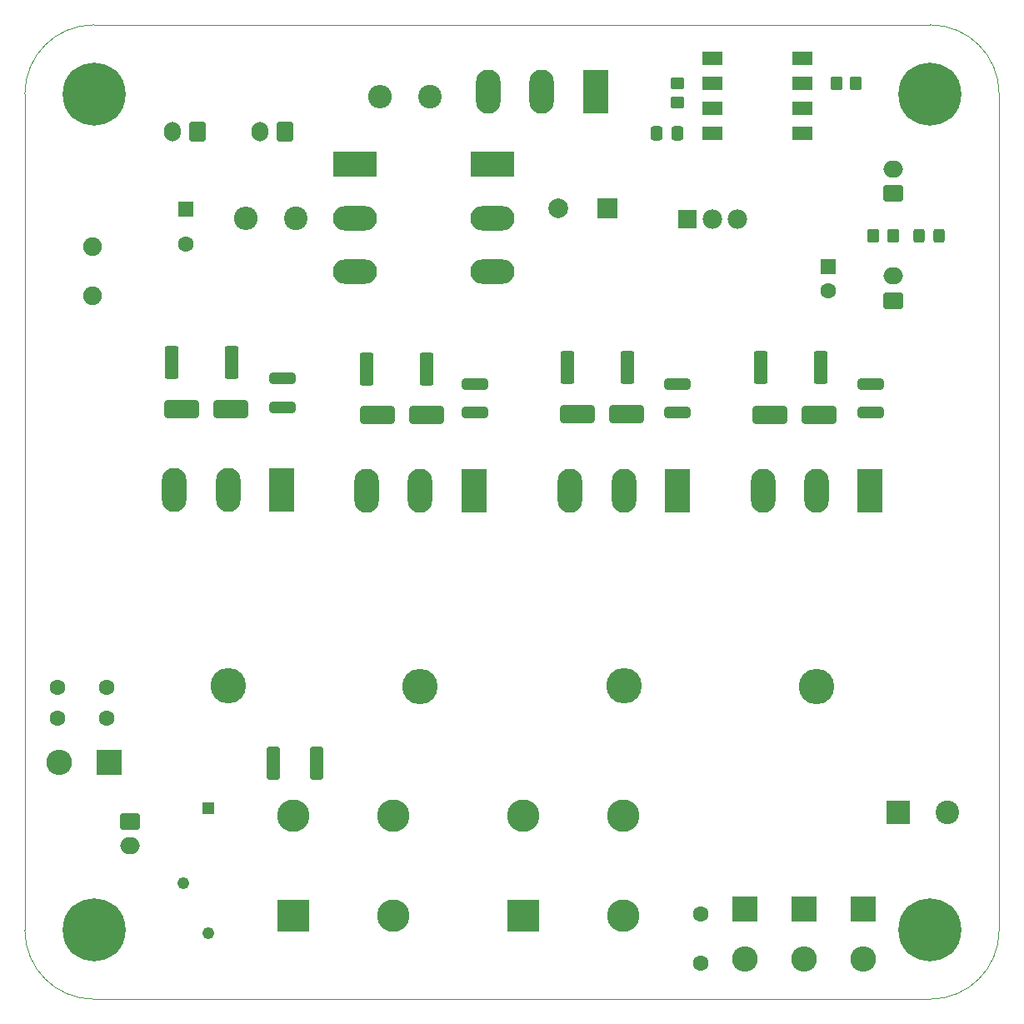
<source format=gts>
G04 #@! TF.GenerationSoftware,KiCad,Pcbnew,7.0.7+dfsg-1*
G04 #@! TF.CreationDate,2024-09-28T12:23:03+02:00*
G04 #@! TF.ProjectId,evo-cube-pulseboard,65766f2d-6375-4626-952d-70756c736562,rev?*
G04 #@! TF.SameCoordinates,Original*
G04 #@! TF.FileFunction,Soldermask,Top*
G04 #@! TF.FilePolarity,Negative*
%FSLAX46Y46*%
G04 Gerber Fmt 4.6, Leading zero omitted, Abs format (unit mm)*
G04 Created by KiCad (PCBNEW 7.0.7+dfsg-1) date 2024-09-28 12:23:03*
%MOMM*%
%LPD*%
G01*
G04 APERTURE LIST*
G04 Aperture macros list*
%AMRoundRect*
0 Rectangle with rounded corners*
0 $1 Rounding radius*
0 $2 $3 $4 $5 $6 $7 $8 $9 X,Y pos of 4 corners*
0 Add a 4 corners polygon primitive as box body*
4,1,4,$2,$3,$4,$5,$6,$7,$8,$9,$2,$3,0*
0 Add four circle primitives for the rounded corners*
1,1,$1+$1,$2,$3*
1,1,$1+$1,$4,$5*
1,1,$1+$1,$6,$7*
1,1,$1+$1,$8,$9*
0 Add four rect primitives between the rounded corners*
20,1,$1+$1,$2,$3,$4,$5,0*
20,1,$1+$1,$4,$5,$6,$7,0*
20,1,$1+$1,$6,$7,$8,$9,0*
20,1,$1+$1,$8,$9,$2,$3,0*%
G04 Aperture macros list end*
%ADD10RoundRect,0.249999X0.450001X1.425001X-0.450001X1.425001X-0.450001X-1.425001X0.450001X-1.425001X0*%
%ADD11C,1.600000*%
%ADD12RoundRect,0.250000X0.600000X0.750000X-0.600000X0.750000X-0.600000X-0.750000X0.600000X-0.750000X0*%
%ADD13O,1.700000X2.000000*%
%ADD14R,2.100000X1.450000*%
%ADD15RoundRect,0.250000X1.075000X-0.312500X1.075000X0.312500X-1.075000X0.312500X-1.075000X-0.312500X0*%
%ADD16RoundRect,0.250000X0.400000X1.450000X-0.400000X1.450000X-0.400000X-1.450000X0.400000X-1.450000X0*%
%ADD17C,0.800000*%
%ADD18C,6.400000*%
%ADD19C,1.905000*%
%ADD20RoundRect,0.250000X0.450000X-0.350000X0.450000X0.350000X-0.450000X0.350000X-0.450000X-0.350000X0*%
%ADD21RoundRect,0.250000X0.350000X0.450000X-0.350000X0.450000X-0.350000X-0.450000X0.350000X-0.450000X0*%
%ADD22C,2.400000*%
%ADD23O,2.400000X2.400000*%
%ADD24R,3.300000X3.300000*%
%ADD25C,3.300000*%
%ADD26R,1.600000X1.600000*%
%ADD27R,2.000000X2.000000*%
%ADD28C,2.000000*%
%ADD29R,2.600000X2.600000*%
%ADD30O,2.600000X2.600000*%
%ADD31RoundRect,0.250000X-1.500000X-0.650000X1.500000X-0.650000X1.500000X0.650000X-1.500000X0.650000X0*%
%ADD32R,1.980000X1.980000*%
%ADD33C,1.980000*%
%ADD34RoundRect,0.250000X-0.750000X0.600000X-0.750000X-0.600000X0.750000X-0.600000X0.750000X0.600000X0*%
%ADD35O,2.000000X1.700000*%
%ADD36RoundRect,0.250000X0.337500X0.475000X-0.337500X0.475000X-0.337500X-0.475000X0.337500X-0.475000X0*%
%ADD37RoundRect,0.250000X0.750000X-0.600000X0.750000X0.600000X-0.750000X0.600000X-0.750000X-0.600000X0*%
%ADD38R,2.400000X2.400000*%
%ADD39R,4.500000X2.500000*%
%ADD40O,4.500000X2.500000*%
%ADD41RoundRect,0.250000X-0.350000X-0.450000X0.350000X-0.450000X0.350000X0.450000X-0.350000X0.450000X0*%
%ADD42RoundRect,0.250000X0.325000X0.450000X-0.325000X0.450000X-0.325000X-0.450000X0.325000X-0.450000X0*%
%ADD43R,1.217000X1.217000*%
%ADD44C,1.217000*%
%ADD45O,3.600000X3.600000*%
%ADD46R,2.500000X4.500000*%
%ADD47O,2.500000X4.500000*%
G04 #@! TA.AperFunction,Profile*
%ADD48C,0.100000*%
G04 #@! TD*
G04 APERTURE END LIST*
D10*
X63427550Y-59953000D03*
X57327550Y-59953000D03*
D11*
X91236800Y-115381400D03*
X91236800Y-120381400D03*
D12*
X40132000Y-35814000D03*
D13*
X37632000Y-35814000D03*
D14*
X101578000Y-36017200D03*
X101578000Y-33477200D03*
X101578000Y-30937200D03*
X101578000Y-28397200D03*
X92478000Y-28397200D03*
X92478000Y-30937200D03*
X92478000Y-33477200D03*
X92478000Y-36017200D03*
D15*
X108559600Y-64403700D03*
X108559600Y-61478700D03*
D16*
X52252800Y-100050600D03*
X47802800Y-100050600D03*
D17*
X27200000Y-117000000D03*
X27902944Y-115302944D03*
X27902944Y-118697056D03*
X29600000Y-114600000D03*
D18*
X29600000Y-117000000D03*
D17*
X29600000Y-119400000D03*
X31297056Y-115302944D03*
X31297056Y-118697056D03*
X32000000Y-117000000D03*
X27200000Y-32000000D03*
X27902944Y-30302944D03*
X27902944Y-33697056D03*
X29600000Y-29600000D03*
D18*
X29600000Y-32000000D03*
D17*
X29600000Y-34400000D03*
X31297056Y-30302944D03*
X31297056Y-33697056D03*
X32000000Y-32000000D03*
D19*
X29464000Y-47498000D03*
X29464000Y-52498000D03*
D10*
X43644350Y-59315200D03*
X37544350Y-59315200D03*
D20*
X88874600Y-32911800D03*
X88874600Y-30911800D03*
D21*
X110829600Y-46405800D03*
X108829600Y-46405800D03*
D22*
X63754000Y-32308800D03*
D23*
X58674000Y-32308800D03*
D24*
X73279000Y-115547766D03*
D25*
X73279000Y-105387766D03*
X83439000Y-115547766D03*
X83439000Y-105387766D03*
D26*
X38912800Y-43738800D03*
D11*
X38912800Y-47238800D03*
D27*
X81768077Y-43637200D03*
D28*
X76768077Y-43637200D03*
D11*
X30882600Y-95478600D03*
X25882600Y-95478600D03*
D29*
X101803200Y-114808000D03*
D30*
X101803200Y-119888000D03*
D31*
X38487950Y-64065000D03*
X43487950Y-64065000D03*
D29*
X31140400Y-99974400D03*
D30*
X26060400Y-99974400D03*
D31*
X58459750Y-64626600D03*
X63459750Y-64626600D03*
D32*
X89916000Y-44704000D03*
D33*
X92466000Y-44704000D03*
X95016000Y-44704000D03*
D24*
X49913288Y-115483766D03*
D25*
X49913288Y-105323766D03*
X60073288Y-115483766D03*
X60073288Y-105323766D03*
D34*
X33274000Y-105918000D03*
D35*
X33274000Y-108418000D03*
D15*
X88947400Y-64389000D03*
X88947400Y-61464000D03*
D31*
X98341150Y-64626600D03*
X103341150Y-64626600D03*
D22*
X50114200Y-44643800D03*
D23*
X45034200Y-44643800D03*
D36*
X88870700Y-35991800D03*
X86795700Y-35991800D03*
D12*
X49002000Y-35814000D03*
D13*
X46502000Y-35814000D03*
D29*
X95732600Y-114808000D03*
D30*
X95732600Y-119888000D03*
D15*
X68289600Y-64414400D03*
X68289600Y-61489400D03*
D31*
X78779750Y-64575800D03*
X83779750Y-64575800D03*
D37*
X110850000Y-42144000D03*
D35*
X110850000Y-39644000D03*
D17*
X112200000Y-32000000D03*
X112902944Y-30302944D03*
X112902944Y-33697056D03*
X114600000Y-29600000D03*
D18*
X114600000Y-32000000D03*
D17*
X114600000Y-34400000D03*
X116297056Y-30302944D03*
X116297056Y-33697056D03*
X117000000Y-32000000D03*
D26*
X104267000Y-49530000D03*
D11*
X104267000Y-52030000D03*
D38*
X111341872Y-105029000D03*
D22*
X116341872Y-105029000D03*
D39*
X70104000Y-39188800D03*
D40*
X70104000Y-44638800D03*
X70104000Y-50088800D03*
D39*
X56134000Y-39188800D03*
D40*
X56134000Y-44638800D03*
X56134000Y-50088800D03*
D11*
X30897200Y-92303600D03*
X25897200Y-92303600D03*
D10*
X83798350Y-59800600D03*
X77698350Y-59800600D03*
D15*
X48742600Y-63842100D03*
X48742600Y-60917100D03*
D41*
X105054400Y-30937200D03*
X107054400Y-30937200D03*
D42*
X115477400Y-46405800D03*
X113427400Y-46405800D03*
D43*
X41198800Y-104622600D03*
D44*
X38658800Y-112242600D03*
X41198800Y-117322600D03*
D10*
X103461350Y-59800600D03*
X97361350Y-59800600D03*
D17*
X112200000Y-117000000D03*
X112902944Y-115302944D03*
X112902944Y-118697056D03*
X114600000Y-114600000D03*
D18*
X114600000Y-117000000D03*
D17*
X114600000Y-119400000D03*
X116297056Y-115302944D03*
X116297056Y-118697056D03*
X117000000Y-117000000D03*
D29*
X107823000Y-114808000D03*
D30*
X107823000Y-119888000D03*
D37*
X110850000Y-53020600D03*
D35*
X110850000Y-50520600D03*
D45*
X43235950Y-92129200D03*
D46*
X48685950Y-72269200D03*
D47*
X43235950Y-72269200D03*
X37785950Y-72269200D03*
D46*
X80588200Y-31782200D03*
D47*
X75138200Y-31782200D03*
X69688200Y-31782200D03*
D45*
X103041950Y-92230800D03*
D46*
X108491950Y-72370800D03*
D47*
X103041950Y-72370800D03*
X97591950Y-72370800D03*
D45*
X62779550Y-92230800D03*
D46*
X68229550Y-72370800D03*
D47*
X62779550Y-72370800D03*
X57329550Y-72370800D03*
D45*
X83455150Y-92180000D03*
D46*
X88905150Y-72320000D03*
D47*
X83455150Y-72320000D03*
X78005150Y-72320000D03*
D48*
X121600000Y-67056000D02*
X121600000Y-117000000D01*
X22600000Y-117000000D02*
X22600000Y-32000000D01*
X29600000Y-25000000D02*
G75*
G03*
X22600000Y-32000000I0J-7000000D01*
G01*
X114600000Y-124000000D02*
G75*
G03*
X121600000Y-117000000I0J7000000D01*
G01*
X29600000Y-25000000D02*
X114600000Y-25000000D01*
X121600000Y-32000000D02*
X121600000Y-67056000D01*
X121600000Y-32000000D02*
G75*
G03*
X114600000Y-25000000I-7000000J0D01*
G01*
X22600000Y-117000000D02*
G75*
G03*
X29600000Y-124000000I7000000J0D01*
G01*
X114600000Y-124000000D02*
X29600000Y-124000000D01*
M02*

</source>
